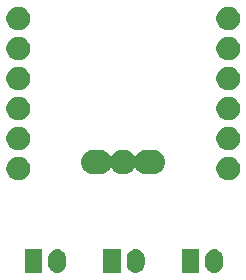
<source format=gbr>
G04 #@! TF.GenerationSoftware,KiCad,Pcbnew,(5.1.5-0)*
G04 #@! TF.CreationDate,2020-04-09T11:26:26+02:00*
G04 #@! TF.ProjectId,dxl-fan-module,64786c2d-6661-46e2-9d6d-6f64756c652e,rev?*
G04 #@! TF.SameCoordinates,Original*
G04 #@! TF.FileFunction,Soldermask,Bot*
G04 #@! TF.FilePolarity,Negative*
%FSLAX46Y46*%
G04 Gerber Fmt 4.6, Leading zero omitted, Abs format (unit mm)*
G04 Created by KiCad (PCBNEW (5.1.5-0)) date 2020-04-09 11:26:26*
%MOMM*%
%LPD*%
G04 APERTURE LIST*
%ADD10C,0.100000*%
G04 APERTURE END LIST*
D10*
G36*
X68747024Y-74585852D02*
G01*
X68888401Y-74628739D01*
X69018691Y-74698379D01*
X69132895Y-74792105D01*
X69226621Y-74906308D01*
X69296261Y-75036598D01*
X69339148Y-75177975D01*
X69350000Y-75288161D01*
X69350000Y-75861839D01*
X69339148Y-75972025D01*
X69296261Y-76113402D01*
X69226621Y-76243692D01*
X69132895Y-76357895D01*
X69018692Y-76451621D01*
X68888402Y-76521261D01*
X68747025Y-76564148D01*
X68600000Y-76578628D01*
X68452976Y-76564148D01*
X68311599Y-76521261D01*
X68181309Y-76451621D01*
X68067103Y-76357893D01*
X67973381Y-76243695D01*
X67903739Y-76113402D01*
X67860852Y-75972025D01*
X67850000Y-75861839D01*
X67850000Y-75288162D01*
X67860852Y-75177976D01*
X67903739Y-75036599D01*
X67973379Y-74906309D01*
X68067105Y-74792105D01*
X68181308Y-74698379D01*
X68311598Y-74628739D01*
X68452975Y-74585852D01*
X68600000Y-74571372D01*
X68747024Y-74585852D01*
G37*
G36*
X75397024Y-74585852D02*
G01*
X75538401Y-74628739D01*
X75668691Y-74698379D01*
X75782895Y-74792105D01*
X75876621Y-74906308D01*
X75946261Y-75036598D01*
X75989148Y-75177975D01*
X76000000Y-75288161D01*
X76000000Y-75861839D01*
X75989148Y-75972025D01*
X75946261Y-76113402D01*
X75876621Y-76243692D01*
X75782895Y-76357895D01*
X75668692Y-76451621D01*
X75538402Y-76521261D01*
X75397025Y-76564148D01*
X75250000Y-76578628D01*
X75102976Y-76564148D01*
X74961599Y-76521261D01*
X74831309Y-76451621D01*
X74717103Y-76357893D01*
X74623381Y-76243695D01*
X74553739Y-76113402D01*
X74510852Y-75972025D01*
X74500000Y-75861839D01*
X74500000Y-75288162D01*
X74510852Y-75177976D01*
X74553739Y-75036599D01*
X74623379Y-74906309D01*
X74717105Y-74792105D01*
X74831308Y-74698379D01*
X74961598Y-74628739D01*
X75102975Y-74585852D01*
X75250000Y-74571372D01*
X75397024Y-74585852D01*
G37*
G36*
X82047024Y-74585852D02*
G01*
X82188401Y-74628739D01*
X82318691Y-74698379D01*
X82432895Y-74792105D01*
X82526621Y-74906308D01*
X82596261Y-75036598D01*
X82639148Y-75177975D01*
X82650000Y-75288161D01*
X82650000Y-75861839D01*
X82639148Y-75972025D01*
X82596261Y-76113402D01*
X82526621Y-76243692D01*
X82432895Y-76357895D01*
X82318692Y-76451621D01*
X82188402Y-76521261D01*
X82047025Y-76564148D01*
X81900000Y-76578628D01*
X81752976Y-76564148D01*
X81611599Y-76521261D01*
X81481309Y-76451621D01*
X81367103Y-76357893D01*
X81273381Y-76243695D01*
X81203739Y-76113402D01*
X81160852Y-75972025D01*
X81150000Y-75861839D01*
X81150000Y-75288162D01*
X81160852Y-75177976D01*
X81203739Y-75036599D01*
X81273379Y-74906309D01*
X81367105Y-74792105D01*
X81481308Y-74698379D01*
X81611598Y-74628739D01*
X81752975Y-74585852D01*
X81900000Y-74571372D01*
X82047024Y-74585852D01*
G37*
G36*
X67350000Y-76575000D02*
G01*
X65850000Y-76575000D01*
X65850000Y-74575000D01*
X67350000Y-74575000D01*
X67350000Y-76575000D01*
G37*
G36*
X74000000Y-76575000D02*
G01*
X72500000Y-76575000D01*
X72500000Y-74575000D01*
X74000000Y-74575000D01*
X74000000Y-76575000D01*
G37*
G36*
X80650000Y-76575000D02*
G01*
X79150000Y-76575000D01*
X79150000Y-74575000D01*
X80650000Y-74575000D01*
X80650000Y-76575000D01*
G37*
G36*
X83246305Y-66761997D02*
G01*
X83379189Y-66788429D01*
X83561178Y-66863811D01*
X83724963Y-66973249D01*
X83864251Y-67112537D01*
X83973689Y-67276322D01*
X84049071Y-67458311D01*
X84049071Y-67458313D01*
X84083977Y-67633794D01*
X84087500Y-67651509D01*
X84087500Y-67848491D01*
X84049071Y-68041689D01*
X83973689Y-68223678D01*
X83864251Y-68387463D01*
X83724963Y-68526751D01*
X83561178Y-68636189D01*
X83379189Y-68711571D01*
X83282590Y-68730786D01*
X83185993Y-68750000D01*
X82989007Y-68750000D01*
X82892410Y-68730786D01*
X82795811Y-68711571D01*
X82613822Y-68636189D01*
X82450037Y-68526751D01*
X82310749Y-68387463D01*
X82201311Y-68223678D01*
X82125929Y-68041689D01*
X82087500Y-67848491D01*
X82087500Y-67651509D01*
X82091024Y-67633794D01*
X82125929Y-67458313D01*
X82125929Y-67458311D01*
X82201311Y-67276322D01*
X82310749Y-67112537D01*
X82450037Y-66973249D01*
X82613822Y-66863811D01*
X82795811Y-66788429D01*
X82928695Y-66761997D01*
X82989007Y-66750000D01*
X83185993Y-66750000D01*
X83246305Y-66761997D01*
G37*
G36*
X65471305Y-66761997D02*
G01*
X65604189Y-66788429D01*
X65786178Y-66863811D01*
X65949963Y-66973249D01*
X66089251Y-67112537D01*
X66198689Y-67276322D01*
X66274071Y-67458311D01*
X66274071Y-67458313D01*
X66308977Y-67633794D01*
X66312500Y-67651509D01*
X66312500Y-67848491D01*
X66274071Y-68041689D01*
X66198689Y-68223678D01*
X66089251Y-68387463D01*
X65949963Y-68526751D01*
X65786178Y-68636189D01*
X65604189Y-68711571D01*
X65507590Y-68730786D01*
X65410993Y-68750000D01*
X65214007Y-68750000D01*
X65117410Y-68730786D01*
X65020811Y-68711571D01*
X64838822Y-68636189D01*
X64675037Y-68526751D01*
X64535749Y-68387463D01*
X64426311Y-68223678D01*
X64350929Y-68041689D01*
X64312500Y-67848491D01*
X64312500Y-67651509D01*
X64316024Y-67633794D01*
X64350929Y-67458313D01*
X64350929Y-67458311D01*
X64426311Y-67276322D01*
X64535749Y-67112537D01*
X64675037Y-66973249D01*
X64838822Y-66863811D01*
X65020811Y-66788429D01*
X65153695Y-66761997D01*
X65214007Y-66750000D01*
X65410993Y-66750000D01*
X65471305Y-66761997D01*
G37*
G36*
X72393335Y-66165192D02*
G01*
X72476268Y-66190350D01*
X72591262Y-66225233D01*
X72652065Y-66257733D01*
X72773669Y-66322731D01*
X72933554Y-66453946D01*
X73064769Y-66613831D01*
X73143965Y-66761997D01*
X73149410Y-66770147D01*
X73156341Y-66777078D01*
X73164491Y-66782523D01*
X73173546Y-66786274D01*
X73183159Y-66788186D01*
X73192961Y-66788186D01*
X73202574Y-66786274D01*
X73211629Y-66782523D01*
X73219779Y-66777078D01*
X73226710Y-66770147D01*
X73232155Y-66761997D01*
X73234244Y-66757579D01*
X73257002Y-66702638D01*
X73371911Y-66530664D01*
X73518164Y-66384411D01*
X73690138Y-66269502D01*
X73881226Y-66190350D01*
X74058813Y-66155027D01*
X74084083Y-66150000D01*
X74290917Y-66150000D01*
X74316187Y-66155027D01*
X74493774Y-66190350D01*
X74684862Y-66269502D01*
X74856836Y-66384411D01*
X75003089Y-66530664D01*
X75117998Y-66702638D01*
X75140752Y-66757570D01*
X75145367Y-66766206D01*
X75151585Y-66773782D01*
X75159162Y-66780000D01*
X75167806Y-66784621D01*
X75177185Y-66787466D01*
X75186940Y-66788427D01*
X75196694Y-66787466D01*
X75206073Y-66784621D01*
X75214718Y-66780001D01*
X75222294Y-66773783D01*
X75228512Y-66766206D01*
X75231035Y-66761997D01*
X75310231Y-66613831D01*
X75441446Y-66453946D01*
X75601331Y-66322731D01*
X75722935Y-66257733D01*
X75783738Y-66225233D01*
X75898732Y-66190350D01*
X75981665Y-66165192D01*
X76135918Y-66150000D01*
X76739082Y-66150000D01*
X76893335Y-66165192D01*
X76976268Y-66190350D01*
X77091262Y-66225233D01*
X77152065Y-66257733D01*
X77273669Y-66322731D01*
X77433554Y-66453946D01*
X77564769Y-66613831D01*
X77612237Y-66702638D01*
X77662267Y-66796238D01*
X77682765Y-66863811D01*
X77722308Y-66994165D01*
X77742580Y-67200000D01*
X77722308Y-67405835D01*
X77692287Y-67504799D01*
X77662267Y-67603762D01*
X77636747Y-67651507D01*
X77564769Y-67786169D01*
X77433554Y-67946054D01*
X77273669Y-68077269D01*
X77174083Y-68130498D01*
X77091262Y-68174767D01*
X76992299Y-68204787D01*
X76893335Y-68234808D01*
X76739082Y-68250000D01*
X76135918Y-68250000D01*
X75981665Y-68234808D01*
X75882701Y-68204787D01*
X75783738Y-68174767D01*
X75700917Y-68130498D01*
X75601331Y-68077269D01*
X75441446Y-67946054D01*
X75310231Y-67786169D01*
X75231035Y-67638003D01*
X75225590Y-67629853D01*
X75218659Y-67622922D01*
X75210509Y-67617477D01*
X75201454Y-67613726D01*
X75191841Y-67611814D01*
X75182039Y-67611814D01*
X75172426Y-67613726D01*
X75163371Y-67617477D01*
X75155221Y-67622922D01*
X75148290Y-67629853D01*
X75142845Y-67638003D01*
X75140756Y-67642421D01*
X75117998Y-67697362D01*
X75003089Y-67869336D01*
X74856836Y-68015589D01*
X74684862Y-68130498D01*
X74493774Y-68209650D01*
X74316187Y-68244973D01*
X74290917Y-68250000D01*
X74084083Y-68250000D01*
X74058813Y-68244973D01*
X73881226Y-68209650D01*
X73690138Y-68130498D01*
X73518164Y-68015589D01*
X73371911Y-67869336D01*
X73257002Y-67697362D01*
X73234248Y-67642430D01*
X73229633Y-67633794D01*
X73223415Y-67626218D01*
X73215838Y-67620000D01*
X73207194Y-67615379D01*
X73197815Y-67612534D01*
X73188060Y-67611573D01*
X73178306Y-67612534D01*
X73168927Y-67615379D01*
X73160282Y-67619999D01*
X73152706Y-67626217D01*
X73146488Y-67633794D01*
X73143965Y-67638003D01*
X73064769Y-67786169D01*
X72933554Y-67946054D01*
X72773669Y-68077269D01*
X72674083Y-68130498D01*
X72591262Y-68174767D01*
X72492299Y-68204787D01*
X72393335Y-68234808D01*
X72239082Y-68250000D01*
X71635918Y-68250000D01*
X71481665Y-68234808D01*
X71382701Y-68204787D01*
X71283738Y-68174767D01*
X71200917Y-68130498D01*
X71101331Y-68077269D01*
X70941446Y-67946054D01*
X70810231Y-67786169D01*
X70738253Y-67651507D01*
X70712733Y-67603762D01*
X70682713Y-67504799D01*
X70652692Y-67405835D01*
X70632420Y-67200000D01*
X70652692Y-66994165D01*
X70692235Y-66863811D01*
X70712733Y-66796238D01*
X70762763Y-66702638D01*
X70810231Y-66613831D01*
X70941446Y-66453946D01*
X71101331Y-66322731D01*
X71222935Y-66257733D01*
X71283738Y-66225233D01*
X71398732Y-66190350D01*
X71481665Y-66165192D01*
X71635918Y-66150000D01*
X72239082Y-66150000D01*
X72393335Y-66165192D01*
G37*
G36*
X83282590Y-64229215D02*
G01*
X83379189Y-64248429D01*
X83561178Y-64323811D01*
X83724963Y-64433249D01*
X83864251Y-64572537D01*
X83973689Y-64736322D01*
X84049071Y-64918311D01*
X84087500Y-65111509D01*
X84087500Y-65308491D01*
X84049071Y-65501689D01*
X83973689Y-65683678D01*
X83864251Y-65847463D01*
X83724963Y-65986751D01*
X83561178Y-66096189D01*
X83379189Y-66171571D01*
X83284779Y-66190350D01*
X83185993Y-66210000D01*
X82989007Y-66210000D01*
X82890221Y-66190350D01*
X82795811Y-66171571D01*
X82613822Y-66096189D01*
X82450037Y-65986751D01*
X82310749Y-65847463D01*
X82201311Y-65683678D01*
X82125929Y-65501689D01*
X82087500Y-65308491D01*
X82087500Y-65111509D01*
X82125929Y-64918311D01*
X82201311Y-64736322D01*
X82310749Y-64572537D01*
X82450037Y-64433249D01*
X82613822Y-64323811D01*
X82795811Y-64248429D01*
X82892410Y-64229215D01*
X82989007Y-64210000D01*
X83185993Y-64210000D01*
X83282590Y-64229215D01*
G37*
G36*
X65507590Y-64229215D02*
G01*
X65604189Y-64248429D01*
X65786178Y-64323811D01*
X65949963Y-64433249D01*
X66089251Y-64572537D01*
X66198689Y-64736322D01*
X66274071Y-64918311D01*
X66312500Y-65111509D01*
X66312500Y-65308491D01*
X66274071Y-65501689D01*
X66198689Y-65683678D01*
X66089251Y-65847463D01*
X65949963Y-65986751D01*
X65786178Y-66096189D01*
X65604189Y-66171571D01*
X65509779Y-66190350D01*
X65410993Y-66210000D01*
X65214007Y-66210000D01*
X65115221Y-66190350D01*
X65020811Y-66171571D01*
X64838822Y-66096189D01*
X64675037Y-65986751D01*
X64535749Y-65847463D01*
X64426311Y-65683678D01*
X64350929Y-65501689D01*
X64312500Y-65308491D01*
X64312500Y-65111509D01*
X64350929Y-64918311D01*
X64426311Y-64736322D01*
X64535749Y-64572537D01*
X64675037Y-64433249D01*
X64838822Y-64323811D01*
X65020811Y-64248429D01*
X65117410Y-64229215D01*
X65214007Y-64210000D01*
X65410993Y-64210000D01*
X65507590Y-64229215D01*
G37*
G36*
X83282590Y-61689215D02*
G01*
X83379189Y-61708429D01*
X83561178Y-61783811D01*
X83724963Y-61893249D01*
X83864251Y-62032537D01*
X83973689Y-62196322D01*
X84049071Y-62378311D01*
X84087500Y-62571509D01*
X84087500Y-62768491D01*
X84049071Y-62961689D01*
X83973689Y-63143678D01*
X83864251Y-63307463D01*
X83724963Y-63446751D01*
X83561178Y-63556189D01*
X83379189Y-63631571D01*
X83282590Y-63650786D01*
X83185993Y-63670000D01*
X82989007Y-63670000D01*
X82892410Y-63650786D01*
X82795811Y-63631571D01*
X82613822Y-63556189D01*
X82450037Y-63446751D01*
X82310749Y-63307463D01*
X82201311Y-63143678D01*
X82125929Y-62961689D01*
X82087500Y-62768491D01*
X82087500Y-62571509D01*
X82125929Y-62378311D01*
X82201311Y-62196322D01*
X82310749Y-62032537D01*
X82450037Y-61893249D01*
X82613822Y-61783811D01*
X82795811Y-61708429D01*
X82892410Y-61689215D01*
X82989007Y-61670000D01*
X83185993Y-61670000D01*
X83282590Y-61689215D01*
G37*
G36*
X65507590Y-61689215D02*
G01*
X65604189Y-61708429D01*
X65786178Y-61783811D01*
X65949963Y-61893249D01*
X66089251Y-62032537D01*
X66198689Y-62196322D01*
X66274071Y-62378311D01*
X66312500Y-62571509D01*
X66312500Y-62768491D01*
X66274071Y-62961689D01*
X66198689Y-63143678D01*
X66089251Y-63307463D01*
X65949963Y-63446751D01*
X65786178Y-63556189D01*
X65604189Y-63631571D01*
X65507590Y-63650786D01*
X65410993Y-63670000D01*
X65214007Y-63670000D01*
X65117410Y-63650786D01*
X65020811Y-63631571D01*
X64838822Y-63556189D01*
X64675037Y-63446751D01*
X64535749Y-63307463D01*
X64426311Y-63143678D01*
X64350929Y-62961689D01*
X64312500Y-62768491D01*
X64312500Y-62571509D01*
X64350929Y-62378311D01*
X64426311Y-62196322D01*
X64535749Y-62032537D01*
X64675037Y-61893249D01*
X64838822Y-61783811D01*
X65020811Y-61708429D01*
X65117410Y-61689215D01*
X65214007Y-61670000D01*
X65410993Y-61670000D01*
X65507590Y-61689215D01*
G37*
G36*
X83282590Y-59149214D02*
G01*
X83379189Y-59168429D01*
X83561178Y-59243811D01*
X83724963Y-59353249D01*
X83864251Y-59492537D01*
X83973689Y-59656322D01*
X84049071Y-59838311D01*
X84087500Y-60031509D01*
X84087500Y-60228491D01*
X84049071Y-60421689D01*
X83973689Y-60603678D01*
X83864251Y-60767463D01*
X83724963Y-60906751D01*
X83561178Y-61016189D01*
X83379189Y-61091571D01*
X83282590Y-61110786D01*
X83185993Y-61130000D01*
X82989007Y-61130000D01*
X82892410Y-61110786D01*
X82795811Y-61091571D01*
X82613822Y-61016189D01*
X82450037Y-60906751D01*
X82310749Y-60767463D01*
X82201311Y-60603678D01*
X82125929Y-60421689D01*
X82087500Y-60228491D01*
X82087500Y-60031509D01*
X82125929Y-59838311D01*
X82201311Y-59656322D01*
X82310749Y-59492537D01*
X82450037Y-59353249D01*
X82613822Y-59243811D01*
X82795811Y-59168429D01*
X82892410Y-59149214D01*
X82989007Y-59130000D01*
X83185993Y-59130000D01*
X83282590Y-59149214D01*
G37*
G36*
X65507590Y-59149214D02*
G01*
X65604189Y-59168429D01*
X65786178Y-59243811D01*
X65949963Y-59353249D01*
X66089251Y-59492537D01*
X66198689Y-59656322D01*
X66274071Y-59838311D01*
X66312500Y-60031509D01*
X66312500Y-60228491D01*
X66274071Y-60421689D01*
X66198689Y-60603678D01*
X66089251Y-60767463D01*
X65949963Y-60906751D01*
X65786178Y-61016189D01*
X65604189Y-61091571D01*
X65507590Y-61110786D01*
X65410993Y-61130000D01*
X65214007Y-61130000D01*
X65117410Y-61110786D01*
X65020811Y-61091571D01*
X64838822Y-61016189D01*
X64675037Y-60906751D01*
X64535749Y-60767463D01*
X64426311Y-60603678D01*
X64350929Y-60421689D01*
X64312500Y-60228491D01*
X64312500Y-60031509D01*
X64350929Y-59838311D01*
X64426311Y-59656322D01*
X64535749Y-59492537D01*
X64675037Y-59353249D01*
X64838822Y-59243811D01*
X65020811Y-59168429D01*
X65117410Y-59149214D01*
X65214007Y-59130000D01*
X65410993Y-59130000D01*
X65507590Y-59149214D01*
G37*
G36*
X83282590Y-56609215D02*
G01*
X83379189Y-56628429D01*
X83561178Y-56703811D01*
X83724963Y-56813249D01*
X83864251Y-56952537D01*
X83973689Y-57116322D01*
X84049071Y-57298311D01*
X84087500Y-57491509D01*
X84087500Y-57688491D01*
X84049071Y-57881689D01*
X83973689Y-58063678D01*
X83864251Y-58227463D01*
X83724963Y-58366751D01*
X83561178Y-58476189D01*
X83379189Y-58551571D01*
X83282590Y-58570786D01*
X83185993Y-58590000D01*
X82989007Y-58590000D01*
X82892410Y-58570786D01*
X82795811Y-58551571D01*
X82613822Y-58476189D01*
X82450037Y-58366751D01*
X82310749Y-58227463D01*
X82201311Y-58063678D01*
X82125929Y-57881689D01*
X82087500Y-57688491D01*
X82087500Y-57491509D01*
X82125929Y-57298311D01*
X82201311Y-57116322D01*
X82310749Y-56952537D01*
X82450037Y-56813249D01*
X82613822Y-56703811D01*
X82795811Y-56628429D01*
X82892410Y-56609215D01*
X82989007Y-56590000D01*
X83185993Y-56590000D01*
X83282590Y-56609215D01*
G37*
G36*
X65507590Y-56609215D02*
G01*
X65604189Y-56628429D01*
X65786178Y-56703811D01*
X65949963Y-56813249D01*
X66089251Y-56952537D01*
X66198689Y-57116322D01*
X66274071Y-57298311D01*
X66312500Y-57491509D01*
X66312500Y-57688491D01*
X66274071Y-57881689D01*
X66198689Y-58063678D01*
X66089251Y-58227463D01*
X65949963Y-58366751D01*
X65786178Y-58476189D01*
X65604189Y-58551571D01*
X65507590Y-58570786D01*
X65410993Y-58590000D01*
X65214007Y-58590000D01*
X65117410Y-58570786D01*
X65020811Y-58551571D01*
X64838822Y-58476189D01*
X64675037Y-58366751D01*
X64535749Y-58227463D01*
X64426311Y-58063678D01*
X64350929Y-57881689D01*
X64312500Y-57688491D01*
X64312500Y-57491509D01*
X64350929Y-57298311D01*
X64426311Y-57116322D01*
X64535749Y-56952537D01*
X64675037Y-56813249D01*
X64838822Y-56703811D01*
X65020811Y-56628429D01*
X65117410Y-56609215D01*
X65214007Y-56590000D01*
X65410993Y-56590000D01*
X65507590Y-56609215D01*
G37*
G36*
X83282590Y-54069215D02*
G01*
X83379189Y-54088429D01*
X83561178Y-54163811D01*
X83724963Y-54273249D01*
X83864251Y-54412537D01*
X83973689Y-54576322D01*
X84049071Y-54758311D01*
X84087500Y-54951509D01*
X84087500Y-55148491D01*
X84049071Y-55341689D01*
X83973689Y-55523678D01*
X83864251Y-55687463D01*
X83724963Y-55826751D01*
X83561178Y-55936189D01*
X83379189Y-56011571D01*
X83282590Y-56030786D01*
X83185993Y-56050000D01*
X82989007Y-56050000D01*
X82892410Y-56030786D01*
X82795811Y-56011571D01*
X82613822Y-55936189D01*
X82450037Y-55826751D01*
X82310749Y-55687463D01*
X82201311Y-55523678D01*
X82125929Y-55341689D01*
X82087500Y-55148491D01*
X82087500Y-54951509D01*
X82125929Y-54758311D01*
X82201311Y-54576322D01*
X82310749Y-54412537D01*
X82450037Y-54273249D01*
X82613822Y-54163811D01*
X82795811Y-54088429D01*
X82892410Y-54069215D01*
X82989007Y-54050000D01*
X83185993Y-54050000D01*
X83282590Y-54069215D01*
G37*
G36*
X65507590Y-54069215D02*
G01*
X65604189Y-54088429D01*
X65786178Y-54163811D01*
X65949963Y-54273249D01*
X66089251Y-54412537D01*
X66198689Y-54576322D01*
X66274071Y-54758311D01*
X66312500Y-54951509D01*
X66312500Y-55148491D01*
X66274071Y-55341689D01*
X66198689Y-55523678D01*
X66089251Y-55687463D01*
X65949963Y-55826751D01*
X65786178Y-55936189D01*
X65604189Y-56011571D01*
X65507590Y-56030786D01*
X65410993Y-56050000D01*
X65214007Y-56050000D01*
X65117410Y-56030786D01*
X65020811Y-56011571D01*
X64838822Y-55936189D01*
X64675037Y-55826751D01*
X64535749Y-55687463D01*
X64426311Y-55523678D01*
X64350929Y-55341689D01*
X64312500Y-55148491D01*
X64312500Y-54951509D01*
X64350929Y-54758311D01*
X64426311Y-54576322D01*
X64535749Y-54412537D01*
X64675037Y-54273249D01*
X64838822Y-54163811D01*
X65020811Y-54088429D01*
X65117410Y-54069215D01*
X65214007Y-54050000D01*
X65410993Y-54050000D01*
X65507590Y-54069215D01*
G37*
M02*

</source>
